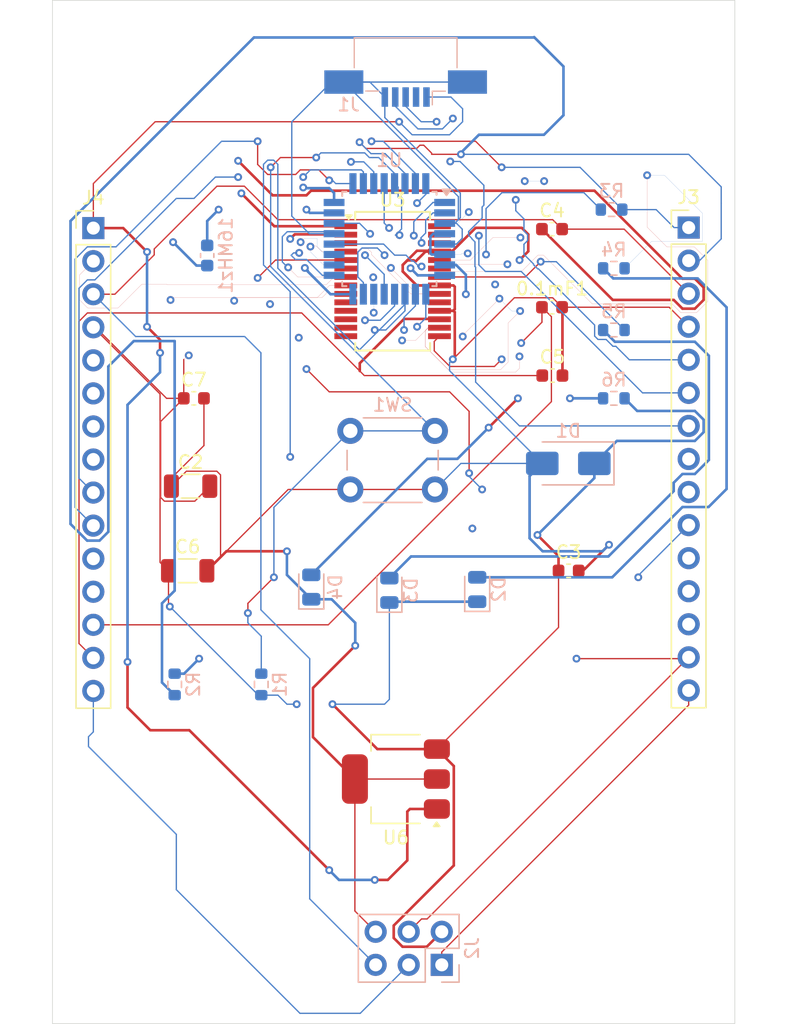
<source format=kicad_pcb>
(kicad_pcb (version 20241229) (generator "pcbnew") (generator_version "9.0")
  (layers (0 "F.Cu" signal) (4 "In1.Cu" signal) (6 "In2.Cu" signal) (8 "In3.Cu" signal) (10 "In4.Cu" signal) (12 "In5.Cu" signal) (14 "In6.Cu" signal) (16 "In7.Cu" signal) (18 "In8.Cu" signal) (2 "B.Cu" signal) (13 "F.Paste" user) (15 "B.Paste" user) (5 "F.SilkS" user "F.Silkscreen") (7 "B.SilkS" user "B.Silkscreen") (1 "F.Mask" user) (3 "B.Mask" user) (25 "Edge.Cuts" user))
  (net 0 "")
  (net 1 "GND")
  (net 2 "/AREF")
  (net 3 "Net-(U1-XTAL2{slash}PB7)")
  (net 4 "Net-(U1-XTAL1{slash}PB6)")
  (net 5 "+5V")
  (net 6 "Net-(U3-DTR)")
  (net 7 "/RESET")
  (net 8 "+3V3")
  (net 9 "Net-(D2-A)")
  (net 10 "Net-(D3-A)")
  (net 11 "Net-(D4-A)")
  (net 12 "VCC")
  (net 14 "Net-(J1-D+)")
  (net 15 "Net-(J1-ID)")
  (net 16 "/D12{slash}MISO")
  (net 17 "/D13{slash}SCK")
  (net 18 "/D11{slash}MOSI")
  (net 19 "/D8")
  (net 20 "/D4")
  (net 21 "/D3")
  (net 22 "/D0{slash}RX")
  (net 23 "/D7")
  (net 24 "/D6")
  (net 25 "/D2")
  (net 26 "/D9")
  (net 27 "/D1{slash}TX")
  (net 28 "/D10")
  (net 29 "/D5")
  (net 30 "/A0")
  (net 31 "/A1")
  (net 32 "/A6")
  (net 33 "/A3")
  (net 34 "/A2")
  (net 35 "/A4")
  (net 36 "/A7")
  (net 37 "/A5")
  (net 38 "Net-(U1-~{RESET}{slash}PC6)")
  (net 39 "/RX")
  (net 40 "/TX")
  (net 41 "Net-(U3-CBUS0)")
  (net 42 "Net-(U3-CBUS1)")
  (footprint "Connector_PinHeader_2.54mm:PinHeader_1x15_P2.54mm_Vertical" (layer "F.Cu") (at 176.37738 73.38)
    (property "Reference" "J3")
    (property "Value" "Conn_01x15")
  )
  (footprint "Capacitor_SMD:C_0603_1608Metric" (layer "F.Cu") (at 138.35238 86.5)
    (property "Reference" "C7")
    (property "Value" "0.1uF")
  )
  (footprint "Package_TO_SOT_SMD:SOT-223-3_TabPin2" (layer "F.Cu") (at 153.87738 115.75 180)
    (property "Reference" "U6")
    (property "Value" "UA78M05QDCYRQ1")
  )
  (footprint "Capacitor_SMD:C_1206_3216Metric" (layer "F.Cu") (at 138.10238 93.25)
    (property "Reference" "C2")
    (property "Value" "4.7mF")
  )
  (footprint "Capacitor_SMD:C_0603_1608Metric" (layer "F.Cu") (at 167.15238 99.75)
    (property "Reference" "C3")
    (property "Value" "0.1mF")
  )
  (footprint "Capacitor_SMD:C_0603_1608Metric" (layer "F.Cu") (at 165.90238 84.75)
    (property "Reference" "C5")
    (property "Value" "0.1uF")
  )
  (footprint "Capacitor_SMD:C_1206_3216Metric" (layer "F.Cu") (at 137.87738 99.75)
    (property "Reference" "C6")
    (property "Value" "4.7uF")
  )
  (footprint "Capacitor_SMD:C_0603_1608Metric" (layer "F.Cu") (at 165.87738 79.5)
    (property "Reference" "0.1mF1")
    (property "Value" "C_Small")
  )
  (footprint "Capacitor_SMD:C_0603_1608Metric" (layer "F.Cu") (at 165.87738 73.5)
    (property "Reference" "C4")
    (property "Value" "0.1mF")
  )
  (footprint "Package_SO:SSOP-28_5.3x10.2mm_P0.65mm" (layer "F.Cu") (at 153.62738 77.5)
    (property "Reference" "U3")
    (property "Value" "FT232RL")
  )
  (footprint "Connector_PinHeader_2.54mm:PinHeader_1x15_P2.54mm_Vertical" (layer "F.Cu") (at 130.62738 73.42)
    (property "Reference" "J4")
    (property "Value" "Conn_01x15")
  )
  (footprint "Connector_USB:USB_Mini-B_AdamTech_MUSB-B5-S-VT-TSMT-1_SMD_Vertical" (layer "B.Cu") (at 154.62738 61.75 90)
    (property "Reference" "J1")
    (property "Value" "USB_B_Mini")
  )
  (footprint "Resistor_SMD:R_0603_1608Metric" (layer "B.Cu") (at 136.87738 108.48 90)
    (property "Reference" "R2")
    (property "Value" "1K")
  )
  (footprint "Resistor_SMD:R_0603_1608Metric" (layer "B.Cu") (at 170.62738 81.25 180)
    (property "Reference" "R5")
    (property "Value" "330")
  )
  (footprint "LED_SMD:LED_0805_2012Metric" (layer "B.Cu") (at 153.37738 101.25 90)
    (property "Reference" "D3")
    (property "Value" "LED")
  )
  (footprint "Connector_PinHeader_2.54mm:PinHeader_2x03_P2.54mm_Vertical" (layer "B.Cu") (at 157.40238 130.025 90)
    (property "Reference" "J2")
    (property "Value" "Conn_02x03_Counter_Clockwise")
  )
  (footprint "Resistor_SMD:R_0603_1608Metric" (layer "B.Cu") (at 143.53238 108.48 90)
    (property "Reference" "R1")
    (property "Value" "1k")
  )
  (footprint "Resistor_SMD:R_0603_1608Metric" (layer "B.Cu") (at 170.45238 72 180)
    (property "Reference" "R3")
    (property "Value" "1K")
  )
  (footprint "Capacitor_SMD:C_0603_1608Metric" (layer "B.Cu") (at 139.37738 75.525 90)
    (property "Reference" "16MHz1")
    (property "Value" "Crystal")
  )
  (footprint "Package_QFP:TQFP-32_7x7mm_P0.8mm" (layer "B.Cu") (at 153.37738 74.25 180)
    (property "Reference" "U1")
    (property "Value" "ATmega328P-A")
  )
  (footprint "LED_SMD:LED_0805_2012Metric" (layer "B.Cu") (at 160.12738 101.1875 90)
    (property "Reference" "D2")
    (property "Value" "LED")
  )
  (footprint "Resistor_SMD:R_0603_1608Metric" (layer "B.Cu") (at 170.62738 76.51 180)
    (property "Reference" "R4")
    (property "Value" "330")
  )
  (footprint "Resistor_SMD:R_0603_1608Metric" (layer "B.Cu") (at 170.62738 86.5 180)
    (property "Reference" "R6")
    (property "Value" "330")
  )
  (footprint "Diode_SMD:D_SMA" (layer "B.Cu") (at 167.12738 91.5 180)
    (property "Reference" "D1")
    (property "Value" "SS14")
  )
  (footprint "Button_Switch_THT:SW_PUSH_6mm" (layer "B.Cu") (at 156.87738 89 180)
    (property "Reference" "SW1")
    (property "Value" "SW_Push")
  )
  (footprint "LED_SMD:LED_0805_2012Metric" (layer "B.Cu") (at 147.37738 101 90)
    (property "Reference" "D4")
    (property "Value" "LED")
  )
  (gr_rect (start 127.48476 55.92) (end 179.92476 134.54) (stroke (width 0.05)) (fill no) (layer "Edge.Cuts"))
  (segment (start 148.775 77.825) (end 150.02738 77.825) (width 0.01) (layer "F.Cu") (net 0))
  (segment (start 159.905791 75.575624) (end 159.606415 75.875) (width 0.01) (layer "F.Cu") (net 0))
  (segment (start 162.45 76.2) (end 162.344 76.094) (width 0.01) (layer "F.Cu") (net 0))
  (segment (start 141.696 78.754) (end 141.45 79) (width 0.01) (layer "F.Cu") (net 0))
  (segment (start 162.45 76.2) (end 158.43738 76.2) (width 0.01) (layer "F.Cu") (net 0))
  (segment (start 136.56 78.94) (end 136.746 78.754) (width 0.01) (layer "F.Cu") (net 0))
  (segment (start 136.56 78.94) (end 136.55 78.95) (width 0.01) (layer "F.Cu") (net 0))
  (segment (start 158.43738 76.2) (end 158.11238 75.875) (width 0.01) (layer "F.Cu") (net 0))
  (segment (start 136.746 78.754) (end 147.846 78.754) (width 0.01) (layer "F.Cu") (net 0))
  (segment (start 147.846 78.754) (end 148.55 78.05) (width 0.01) (layer "F.Cu") (net 0))
  (segment (start 148.21338 78.754) (end 148.55 78.41738) (width 0.01) (layer "F.Cu") (net 0))
  (segment (start 148.21338 78.754) (end 141.696 78.754) (width 0.01) (layer "F.Cu") (net 0))
  (segment (start 163.45 74.15) (end 161.33 74.15) (width 0.01) (layer "F.Cu") (net 0))
  (segment (start 148.55 78.05) (end 148.775 77.825) (width 0.01) (layer "F.Cu") (net 0))
  (segment (start 159.905791 75.574209) (end 159.905791 75.575624) (width 0.01) (layer "F.Cu") (net 0))
  (segment (start 161.33 74.15) (end 159.905791 75.574209) (width 0.01) (layer "F.Cu") (net 0))
  (segment (start 159.606415 75.875) (end 158.11238 75.875) (width 0.01) (layer "F.Cu") (net 0))
  (segment (start 158.11238 75.875) (end 157.22738 75.875) (width 0.01) (layer "F.Cu") (net 0))
  (segment (start 148.55 78.41738) (end 148.55 78.05) (width 0.01) (layer "F.Cu") (net 0))
  (via (at 162.45 76.2) (size 0.6) (drill 0.3) (layers "F.Cu" "B.Cu") (net 0))
  (via (at 136.56 78.94) (size 0.6) (drill 0.3) (layers "F.Cu" "B.Cu") (net 0))
  (via (at 163.45 74.15) (size 0.6) (drill 0.3) (layers "F.Cu" "B.Cu") (net 0))
  (via (at 141.45 79) (size 0.6) (drill 0.3) (layers "F.Cu" "B.Cu") (net 0))
  (segment (start 168.25476 99.75) (end 167.92738 99.75) (width 0.2) (layer "F.Cu") (net 1))
  (segment (start 130.18997 79.556) (end 132.53076 79.556) (width 0.01) (layer "F.Cu") (net 1))
  (segment (start 140.85238 98.25) (end 139.35238 99.75) (width 0.2) (layer "F.Cu") (net 1))
  (segment (start 146.335 77.175) (end 150.02738 77.175) (width 0.01) (layer "F.Cu") (net 1))
  (segment (start 155.479817 77.825) (end 154.40376 76.748943) (width 0.2) (layer "F.Cu") (net 1))
  (segment (start 154.755817 75.899) (end 155.253703 75.899) (width 0.2) (layer "F.Cu") (net 1))
  (segment (start 170.25476 97.75) (end 168.25476 99.75) (width 0.2) (layer "F.Cu") (net 1))
  (segment (start 158.40338 77.926) (end 158.30238 77.825) (width 0.2) (layer "F.Cu") (net 1))
  (segment (start 150.37738 93.5) (end 156.87738 93.5) (width 0.1) (layer "F.Cu") (net 1))
  (segment (start 158.243817 75.161) (end 160.005817 73.399) (width 0.2) (layer "F.Cu") (net 1))
  (segment (start 145.6 76.44) (end 146.335 77.175) (width 0.01) (layer "F.Cu") (net 1))
  (segment (start 150.72738 125.89) (end 152.32238 127.485) (width 0.1) (layer "F.Cu") (net 1))
  (segment (start 136.27 77.73) (end 136.296 77.756) (width 0.01) (layer "F.Cu") (net 1))
  (segment (start 149.1266 77.175) (end 150.02738 77.175) (width 0.01) (layer "F.Cu") (net 1))
  (segment (start 145.50476 98.25) (end 140.85238 98.25) (width 0.2) (layer "F.Cu") (net 1))
  (segment (start 140.40338 92.385552) (end 140.116828 92.099) (width 0.1) (layer "F.Cu") (net 1))
  (segment (start 160.005817 73.399) (end 163.548943 73.399) (width 0.2) (layer "F.Cu") (net 1))
  (segment (start 136.296 77.756) (end 148.5456 77.756) (width 0.01) (layer "F.Cu") (net 1))
  (segment (start 164.051 73.901057) (end 164.051 75.205174) (width 0.2) (layer "F.Cu") (net 1))
  (segment (start 132.53076 79.556) (end 134.35676 77.73) (width 0.01) (layer "F.Cu") (net 1))
  (segment (start 158.27938 79.775) (end 158.40338 79.651) (width 0.2) (layer "F.Cu") (net 1))
  (segment (start 165.92638 78.774) (end 166.65238 79.5) (width 0.1) (layer "F.Cu") (net 1))
  (segment (start 155.60838 75.769) (end 156.15238 75.225) (width 0.2) (layer "F.Cu") (net 1))
  (segment (start 137.77838 92.099) (end 136.62738 93.25) (width 0.1) (layer "F.Cu") (net 1))
  (segment (start 174.87738 79.5) (end 166.65238 79.5) (width 0.1) (layer "F.Cu") (net 1))
  (segment (start 158.40338 79.651) (end 158.40338 77.926) (width 0.2) (layer "F.Cu") (net 1))
  (segment (start 154.755817 77.101) (end 154.44476 76.789943) (width 0.2) (layer "F.Cu") (net 1))
  (segment (start 145.60238 93.5) (end 150.37738 93.5) (width 0.1) (layer "F.Cu") (net 1))
  (segment (start 155.493817 75.161) (end 158.243817 75.161) (width 0.2) (layer "F.Cu") (net 1))
  (segment (start 140.40338 98.699) (end 140.40338 92.385552) (width 0.1) (layer "F.Cu") (net 1))
  (segment (start 134.35676 77.73) (end 136.27 77.73) (width 0.01) (layer "F.Cu") (net 1))
  (segment (start 158.25476 83.5) (end 162.98076 78.774) (width 0.1) (layer "F.Cu") (net 1))
  (segment (start 154.44476 76.210057) (end 154.755817 75.899) (width 0.2) (layer "F.Cu") (net 1))
  (segment (start 157.22738 79.775) (end 158.27938 79.775) (width 0.2) (layer "F.Cu") (net 1))
  (segment (start 154.40376 76.251057) (end 155.493817 75.161) (width 0.2) (layer "F.Cu") (net 1))
  (segment (start 154.44476 76.789943) (end 154.40376 76.748943) (width 0.2) (layer "F.Cu") (net 1))
  (segment (start 155.253703 75.899) (end 155.363569 76.008866) (width 0.2) (layer "F.Cu") (net 1))
  (segment (start 158.30238 77.825) (end 157.22738 77.825) (width 0.2) (layer "F.Cu") (net 1))
  (segment (start 136.62738 93.25) (end 136.62738 92.62738) (width 0.1) (layer "F.Cu") (net 1))
  (segment (start 147.50576 112.52838) (end 147.50576 108.749) (width 0.2) (layer "F.Cu") (net 1))
  (segment (start 129.57138 78.93741) (end 130.18997 79.556) (width 0.01) (layer "F.Cu") (net 1))
  (segment (start 154.40376 76.748943) (end 154.40376 76.251057) (width 0.2) (layer "F.Cu") (net 1))
  (segment (start 166.67738 79.525) (end 166.65238 79.5) (width 0.2) (layer "F.Cu") (net 1))
  (segment (start 157.22738 79.775) (end 158.30238 79.775) (width 0.2) (layer "F.Cu") (net 1))
  (segment (start 150.72738 115.75) (end 157.02738 115.75) (width 0.1) (layer "F.Cu") (net 1))
  (segment (start 158.40338 79.876) (end 158.40338 83.35138) (width 0.2) (layer "F.Cu") (net 1))
  (segment (start 139.35238 99.75) (end 145.60238 93.5) (width 0.1) (layer "F.Cu") (net 1))
  (segment (start 163.548943 73.399) (end 164.051 73.901057) (width 0.2) (layer "F.Cu") (net 1))
  (segment (start 155.479817 77.825) (end 154.755817 77.101) (width 0.2) (layer "F.Cu") (net 1))
  (segment (start 154.40376 76.251057) (end 154.44476 76.210057) (width 0.2) (layer "F.Cu") (net 1))
  (segment (start 176.37738 81) (end 174.87738 79.5) (width 0.1) (layer "F.Cu") (net 1))
  (segment (start 130.62738 75.96) (end 129.57138 77.016) (width 0.01) (layer "F.Cu") (net 1))
  (segment (start 147.50576 108.749) (end 150.75476 105.5) (width 0.2) (layer "F.Cu") (net 1))
  (segment (start 148.5456 77.756) (end 149.1266 77.175) (width 0.01) (layer "F.Cu") (net 1))
  (segment (start 162.98076 78.774) (end 165.92638 78.774) (width 0.1) (layer "F.Cu") (net 1))
  (segment (start 150.72738 115.75) (end 147.50576 112.52838) (width 0.2) (layer "F.Cu") (net 1))
  (segment (start 136.62738 92.62738) (end 139.12738 90.12738) (width 0.1) (layer "F.Cu") (net 1))
  (segment (start 155.363569 76.008866) (end 155.603435 75.769) (width 0.2) (layer "F.Cu") (net 1))
  (segment (start 140.116828 92.099) (end 137.77838 92.099) (width 0.1) (layer "F.Cu") (net 1))
  (segment (start 155.603435 75.769) (end 155.60838 75.769) (width 0.2) (layer "F.Cu") (net 1))
  (segment (start 139.12738 90.12738) (end 139.12738 86.5) (width 0.1) (layer "F.Cu") (net 1))
  (segment (start 139.35238 99.75) (end 140.40338 98.699) (width 0.1) (layer "F.Cu") (net 1))
  (segment (start 166.67738 84.75) (end 166.67738 79.525) (width 0.2) (layer "F.Cu") (net 1))
  (segment (start 150.72738 115.75) (end 150.72738 125.89) (width 0.1) (layer "F.Cu") (net 1))
  (segment (start 156.15238 75.225) (end 157.22738 75.225) (width 0.2) (layer "F.Cu") (net 1))
  (segment (start 129.57138 77.016) (end 129.57138 78.93741) (width 0.01) (layer "F.Cu") (net 1))
  (segment (start 164.051 75.205174) (end 163.379178 75.876996) (width 0.2) (layer "F.Cu") (net 1))
  (segment (start 158.30238 79.775) (end 158.40338 79.876) (width 0.2) (layer "F.Cu") (net 1))
  (segment (start 158.40338 83.35138) (end 158.25476 83.5) (width 0.2) (layer "F.Cu") (net 1))
  (segment (start 157.22738 77.825) (end 155.479817 77.825) (width 0.2) (layer "F.Cu") (net 1))
  (segment (start 157.00476 93.5) (end 157.25476 93.75) (width 0.1) (layer "F.Cu") (net 1))
  (segment (start 156.87738 93.5) (end 157.00476 93.5) (width 0.1) (layer "F.Cu") (net 1))
  (via (at 150.75476 105.5) (size 0.6) (drill 0.3) (layers "F.Cu" "B.Cu") (net 1))
  (via (at 145.50476 98.25) (size 0.6) (drill 0.3) (layers "F.Cu" "B.Cu") (net 1))
  (via (at 159.48 72.19) (size 0.6) (drill 0.3) (layers "F.Cu" "B.Cu") (net 1))
  (via (at 158.25476 83.5) (size 0.6) (drill 0.3) (layers "F.Cu" "B.Cu") (net 1))
  (via (at 163.379178 75.876996) (size 0.6) (drill 0.3) (layers "F.Cu" "B.Cu") (net 1))
  (via (at 170.25476 97.75) (size 0.6) (drill 0.3) (layers "F.Cu" "B.Cu") (net 1))
  (via (at 145.6 76.44) (size 0.6) (drill 0.3) (layers "F.Cu" "B.Cu") (net 1))
  (segment (start 147.22738 73.85) (end 149.12738 73.85) (width 0.1) (layer "B.Cu") (net 1))
  (segment (start 158.87738 91.5) (end 156.87738 93.5) (width 0.1) (layer "B.Cu") (net 1))
  (segment (start 145.87738 72.5) (end 147.22738 73.85) (width 0.1) (layer "B.Cu") (net 1))
  (segment (start 158.40438 73.05) (end 158.83 72.62438) (width 0.1) (layer "B.Cu") (net 1))
  (segment (start 158.97476 74.20262) (end 158.52738 74.65) (width 0.1) (layer "B.Cu") (net 1))
  (segment (start 149.87738 62.2) (end 148.92738 62.2) (width 0.1) (layer "B.Cu") (net 1))
  (segment (start 158.52738 74.65) (end 157.62738 74.65) (width 0.1) (layer "B.Cu") (net 1))
  (segment (start 148.92738 62.2) (end 145.87738 65.25) (width 0.1) (layer "B.Cu") (net 1))
  (segment (start 169.75476 98.25) (end 170.25476 97.75) (width 0.2) (layer "B.Cu") (net 1))
  (segment (start 164.15376 92.47362) (end 164.15376 97.248943) (width 0.2) (layer "B.Cu") (net 1))
  (segment (start 165.12738 91.5) (end 164.15376 92.47362) (width 0.2) (layer "B.Cu") (net 1))
  (segment (start 151.87738 62.2) (end 153.02738 63.35) (width 0.1) (layer "B.Cu") (net 1))
  (segment (start 150.75476 105.5) (end 150.75476 103.75) (width 0.2) (layer "B.Cu") (net 1))
  (segment (start 145.87738 65.25) (end 145.87738 72.5) (width 0.1) (layer "B.Cu") (net 1))
  (segment (start 165.12738 91.5) (end 158.00476 84.37738) (width 0.1) (layer "B.Cu") (net 1))
  (segment (start 145.50476 100.06488) (end 145.50476 98.25) (width 0.2) (layer "B.Cu") (net 1))
  (segment (start 148.97638 73.699) (end 145.526528 73.699) (width 0.1) (layer "B.Cu") (net 1))
  (segment (start 145.15 76.02) (end 145.54 76.41) (width 0.1) (layer "B.Cu") (net 1))
  (segment (start 147.37738 101.9375) (end 145.50476 100.06488) (width 0.2) (layer "B.Cu") (net 1))
  (segment (start 164.15376 97.248943) (end 165.154817 98.25) (width 0.2) (layer "B.Cu") (net 1))
  (segment (start 153.02738 64.929232) (end 153.02738 63.35) (width 0.1) (layer "B.Cu") (net 1))
  (segment (start 157.62738 73.05) (end 158.52738 73.05) (width 0.1) (layer "B.Cu") (net 1))
  (segment (start 149.87738 62.2) (end 158.67838 71.001) (width 0.1) (layer "B.Cu") (net 1))
  (segment (start 150.75476 103.75) (end 148.94226 101.9375) (width 0.2) (layer "B.Cu") (net 1))
  (segment (start 158.67838 71.001) (end 158.67838 72.776) (width 0.1) (layer "B.Cu") (net 1))
  (segment (start 145.526528 73.699) (end 145.15 74.075528) (width 0.1) (layer "B.Cu") (net 1))
  (segment (start 165.12738 91.5) (end 158.87738 91.5) (width 0.1) (layer "B.Cu") (net 1))
  (segment (start 158.67838 72.776) (end 158.40438 73.05) (width 0.1) (layer "B.Cu") (net 1))
  (segment (start 148.94226 101.9375) (end 147.37738 101.9375) (width 0.2) (layer "B.Cu") (net 1))
  (segment (start 158.52738 73.05) (end 158.97476 73.49738) (width 0.1) (layer "B.Cu") (net 1))
  (segment (start 158.83 70.731852) (end 153.02738 64.929232) (width 0.1) (layer "B.Cu") (net 1))
  (segment (start 158.00476 83.75) (end 158.25476 83.5) (width 0.1) (layer "B.Cu") (net 1))
  (segment (start 165.154817 98.25) (end 169.50476 98.25) (width 0.2) (layer "B.Cu") (net 1))
  (segment (start 158.97476 73.49738) (end 158.97476 74.20262) (width 0.1) (layer "B.Cu") (net 1))
  (segment (start 158.00476 84.37738) (end 158.00476 83.75) (width 0.1) (layer "B.Cu") (net 1))
  (segment (start 158.83 72.62438) (end 158.83 70.731852) (width 0.1) (layer "B.Cu") (net 1))
  (segment (start 159.48 72.19) (end 158.62 73.05) (width 0.01) (layer "B.Cu") (net 1))
  (segment (start 158.62 73.05) (end 157.62738 73.05) (width 0.01) (layer "B.Cu") (net 1))
  (segment (start 157.62738 73.05) (end 158.40438 73.05) (width 0.1) (layer "B.Cu") (net 1))
  (segment (start 145.15 74.075528) (end 145.15 76.02) (width 0.1) (layer "B.Cu") (net 1))
  (segment (start 149.12738 73.85) (end 148.97638 73.699) (width 0.1) (layer "B.Cu") (net 1))
  (segment (start 159.37738 62.2) (end 149.87738 62.2) (width 0.1) (layer "B.Cu") (net 1))
  (segment (start 169.50476 98.25) (end 169.75476 98.25) (width 0.2) (layer "B.Cu") (net 1))
  (segment (start 149.87738 62.2) (end 151.87738 62.2) (width 0.1) (layer "B.Cu") (net 1))
  (segment (start 148.68178 103.9) (end 165.82838 86.7534) (width 0.1) (layer "F.Cu") (net 2))
  (segment (start 165.10238 79.5) (end 165.10238 80.65238) (width 0.1) (layer "F.Cu") (net 2))
  (segment (start 165.10238 80.65238) (end 163.50476 82.25) (width 0.1) (layer "F.Cu") (net 2))
  (segment (start 165.82838 86.7534) (end 165.82838 80.226) (width 0.1) (layer "F.Cu") (net 2))
  (segment (start 165.82838 80.226) (end 165.10238 79.5) (width 0.1) (layer "F.Cu") (net 2))
  (segment (start 130.62738 103.9) (end 148.68178 103.9) (width 0.1) (layer "F.Cu") (net 2))
  (via (at 155.852378 76.37) (size 0.6) (drill 0.3) (layers "F.Cu" "B.Cu") (net 2))
  (via (at 163.50476 82.25) (size 0.6) (drill 0.3) (layers "F.Cu" "B.Cu") (net 2))
  (segment (start 155.232992 75.949) (end 155.10376 75.949) (width 0.1) (layer "B.Cu") (net 2))
  (segment (start 154.65476 75.5) (end 153.783992 75.5) (width 0.1) (layer "B.Cu") (net 2))
  (segment (start 155.852378 76.37) (end 155.55576 76.37) (width 0.1) (layer "B.Cu") (net 2))
  (segment (start 149.12938 74.648) (end 149.12738 74.65) (width 0.1) (layer "B.Cu") (net 2))
  (segment (start 155.55576 76.271768) (end 155.232992 75.949) (width 0.1) (layer "B.Cu") (net 2))
  (segment (start 155.10376 75.949) (end 154.65476 75.5) (width 0.1) (layer "B.Cu") (net 2))
  (segment (start 153.783992 75.5) (end 152.931992 74.648) (width 0.1) (layer "B.Cu") (net 2))
  (segment (start 155.55576 76.37) (end 155.55576 76.271768) (width 0.1) (layer "B.Cu") (net 2))
  (segment (start 152.931992 74.648) (end 149.12938 74.648) (width 0.1) (layer "B.Cu") (net 2))
  (via (at 155.00476 76.5) (size 0.6) (drill 0.3) (layers "F.Cu" "B.Cu") (net 3))
  (via (at 136.75476 74.5) (size 0.6) (drill 0.3) (layers "F.Cu" "B.Cu") (net 3))
  (segment (start 136.75476 74.5) (end 138.55476 76.3) (width 0.2) (layer "B.Cu") (net 3))
  (segment (start 138.55476 76.3) (end 139.37738 76.3) (width 0.2) (layer "B.Cu") (net 3))
  (segment (start 155.55476 77.05) (end 155.00476 76.5) (width 0.2) (layer "B.Cu") (net 3))
  (segment (start 157.62738 77.05) (end 155.55476 77.05) (width 0.2) (layer "B.Cu") (net 3))
  (via (at 140.25476 72) (size 0.6) (drill 0.3) (layers "F.Cu" "B.Cu") (net 4))
  (via (at 161.50476 77.75) (size 0.6) (drill 0.3) (layers "F.Cu" "B.Cu") (net 4))
  (via (at 159.25476 78.5) (size 0.6) (drill 0.3) (layers "F.Cu" "B.Cu") (net 4))
  (segment (start 158.50438 76.25) (end 157.62738 76.25) (width 0.2) (layer "B.Cu") (net 4))
  (segment (start 159.25476 77.00038) (end 158.50438 76.25) (width 0.2) (layer "B.Cu") (net 4))
  (segment (start 139.37738 74.75) (end 139.37738 72.87738) (width 0.2) (layer "B.Cu") (net 4))
  (segment (start 139.37738 72.87738) (end 140.25476 72) (width 0.2) (layer "B.Cu") (net 4))
  (segment (start 159.25476 78.5) (end 159.25476 77.00038) (width 0.2) (layer "B.Cu") (net 4))
  (segment (start 135.75476 99.10238) (end 135.75476 86.16738) (width 0.1) (layer "F.Cu") (net 5))
  (segment (start 158.32838 122.39124) (end 153.71138 127.00824) (width 0.2) (layer "F.Cu") (net 5))
  (segment (start 136.40238 99.75) (end 135.75476 99.10238) (width 0.1) (layer "F.Cu") (net 5))
  (segment (start 137.96 83.2) (end 137.89 83.2) (width 0.01) (layer "F.Cu") (net 5))
  (segment (start 157.22738 78.475) (end 155.48976 78.475) (width 0.01) (layer "F.Cu") (net 5))
  (segment (start 156.25138 128.636) (end 157.40238 127.485) (width 0.2) (layer "F.Cu") (net 5))
  (segment (start 137.57738 86.5) (end 137.57738 83.51262) (width 0.1) (layer "F.Cu") (net 5))
  (segment (start 155.48976 78.475) (end 153.49476 76.48) (width 0.01) (layer "F.Cu") (net 5))
  (segment (start 147.31 74.84) (end 147.56 74.84) (width 0.01) (layer "F.Cu") (net 5))
  (segment (start 152.45476 113.45) (end 149.00476 110) (width 0.2) (layer "F.Cu") (net 5))
  (segment (start 152.01076 75.290407) (end 151.714353 74.994) (width 0.01) (layer "F.Cu") (net 5))
  (segment (start 155.025 78.475) (end 152.01076 75.46076) (width 0.01) (layer "F.Cu") (net 5))
  (segment (start 137.89 83.2) (end 137.57738 83.51262) (width 0.01) (layer "F.Cu") (net 5))
  (segment (start 158.32838 114.751) (end 158.32838 122.39124) (width 0.2) (layer "F.Cu") (net 5))
  (segment (start 130.79476 81.04) (end 136.25476 86.5) (width 0.1) (layer "F.Cu") (net 5))
  (segment (start 152.01076 75.46076) (end 152.01076 75.290407) (width 0.01) (layer "F.Cu") (net 5))
  (segment (start 147.76 74.8) (end 147.35 74.8) (width 0.01) (layer "F.Cu") (net 5))
  (segment (start 151.714353 74.994) (end 151.14338 74.994) (width 0.01) (layer "F.Cu") (net 5))
  (segment (start 136.50476 102.5) (end 136.40238 102.39762) (width 0.1) (layer "F.Cu") (net 5))
  (segment (start 164.75476 97) (end 166.37738 98.62262) (width 0.2) (layer "F.Cu") (net 5))
  (segment (start 166.37738 99.75) (end 166.37738 104.1) (width 0.1) (layer "F.Cu") (net 5))
  (segment (start 157.22738 78.475) (end 155.025 78.475) (width 0.01) (layer "F.Cu") (net 5))
  (segment (start 151.14338 74.994) (end 150.91238 75.225) (width 0.01) (layer "F.Cu") (net 5))
  (segment (start 135.80138 88.276) (end 137.57738 86.5) (width 0.1) (layer "F.Cu") (net 5))
  (segment (start 153.71138 127.96176) (end 154.38562 128.636) (width 0.2) (layer "F.Cu") (net 5))
  (segment (start 139.57738 93.25) (end 138.42638 94.401) (width 0.1) (layer "F.Cu") (net 5))
  (segment (start 150.02738 75.225) (end 148.185 75.225) (width 0.01) (layer "F.Cu") (net 5))
  (segment (start 147.56 74.84) (end 147.59 74.87) (width 0.01) (layer "F.Cu") (net 5))
  (segment (start 136.087932 94.401) (end 135.80138 94.114448) (width 0.1) (layer "F.Cu") (net 5))
  (segment (start 148.185 75.225) (end 147.76 74.8) (width 0.01) (layer "F.Cu") (net 5))
  (segment (start 135.80138 94.114448) (end 135.80138 88.276) (width 0.1) (layer "F.Cu") (net 5))
  (segment (start 166.37738 98.62262) (end 166.37738 99.75) (width 0.2) (layer "F.Cu") (net 5))
  (segment (start 136.40238 102.39762) (end 136.40238 99.75) (width 0.1) (layer "F.Cu") (net 5))
  (segment (start 136.25476 86.5) (end 137.57738 86.5) (width 0.1) (layer "F.Cu") (net 5))
  (segment (start 157.02738 113.45) (end 152.45476 113.45) (width 0.2) (layer "F.Cu") (net 5))
  (segment (start 154.38562 128.636) (end 156.25138 128.636) (width 0.2) (layer "F.Cu") (net 5))
  (segment (start 150.91238 75.225) (end 150.02738 75.225) (width 0.01) (layer "F.Cu") (net 5))
  (segment (start 135.75476 86.16738) (end 130.62738 81.04) (width 0.1) (layer "F.Cu") (net 5))
  (segment (start 130.62738 81.04) (end 130.79476 81.04) (width 0.1) (layer "F.Cu") (net 5))
  (segment (start 166.37738 104.1) (end 157.02738 113.45) (width 0.1) (layer "F.Cu") (net 5))
  (segment (start 138.42638 94.401) (end 136.087932 94.401) (width 0.1) (layer "F.Cu") (net 5))
  (segment (start 153.71138 127.00824) (end 153.71138 127.96176) (width 0.2) (layer "F.Cu") (net 5))
  (segment (start 147.35 74.8) (end 147.31 74.84) (width 0.01) (layer "F.Cu") (net 5))
  (segment (start 157.02738 113.45) (end 158.32838 114.751) (width 0.2) (layer "F.Cu") (net 5))
  (via (at 137.96 83.2) (size 0.6) (drill 0.3) (layers "F.Cu" "B.Cu") (net 5))
  (via (at 136.50476 102.5) (size 0.6) (drill 0.3) (layers "F.Cu" "B.Cu") (net 5))
  (via (at 147.31 74.84) (size 0.6) (drill 0.3) (layers "F.Cu" "B.Cu") (net 5))
  (via (at 165.27 69.81) (size 0.6) (drill 0.3) (layers "F.Cu" "B.Cu") (net 5))
  (via (at 159.399791 75.366031) (size 0.6) (drill 0.3) (layers "F.Cu" "B.Cu") (net 5))
  (via (at 153.49476 76.48) (size 0.6) (drill 0.3) (layers "F.Cu" "B.Cu") (net 5))
  (via (at 149.00476 110) (size 0.6) (drill 0.3) (layers "F.Cu" "B.Cu") (net 5))
  (via (at 164.75476 97) (size 0.6) (drill 0.3) (layers "F.Cu" "B.Cu") (net 5))
  (via (at 146.25476 110) (size 0.6) (drill 0.3) (layers "F.Cu" "B.Cu") (net 5))
  (via (at 163.78 69.81) (size 0.6) (drill 0.3) (layers "F.Cu" "B.Cu") (net 5))
  (segment (start 158.95476 75.37) (end 158.87476 75.45) (width 0.01) (layer "B.Cu") (net 5))
  (segment (start 148.31738 76.25) (end 149.12738 76.25) (width 0.01) (layer "B.Cu") (net 5))
  (segment (start 176.85414 87.469) (end 177.52838 88.14324) (width 0.2) (layer "B.Cu") (net 5))
  (segment (start 146.25476 110) (end 145.50476 110) (width 0.1) (layer "B.Cu") (net 5))
  (segment (start 144.80976 109.305) (end 143.53238 109.305) (width 0.1) (layer "B.Cu") (net 5))
  (segment (start 147.31 74.84) (end 147.31 75.24262) (width 0.01) (layer "B.Cu") (net 5))
  (segment (start 153.43988 102.125) (end 153.37738 102.1875) (width 0.2) (layer "B.Cu") (net 5))
  (segment (start 177.52838 88.14324) (end 177.52838 89.09676) (width 0.2) (layer "B.Cu") (net 5))
  (segment (start 157.62738 73.85) (end 156.75038 73.85) (width 0.2) (layer "B.Cu") (net 5))
  (segment (start 177.52838 89.09676) (end 176.85414 89.771) (width 0.2) (layer "B.Cu") (net 5))
  (segment (start 171.45238 86.5) (end 172.42138 87.469) (width 0.2) (layer "B.Cu") (net 5))
  (segment (start 158.87476 75.45) (end 157.62738 75.45) (width 0.01) (layer "B.Cu") (net 5))
  (segment (start 143.30976 109.305) (end 136.50476 102.5) (width 0.1) (layer "B.Cu") (net 5))
  (segment (start 147.31 75.24262) (end 148.31738 76.25) (width 0.01) (layer "B.Cu") (net 5))
  (segment (start 153.37738 102.1875) (end 153.37738 109.62738) (width 0.1) (layer "B.Cu") (net 5))
  (segment (start 153.00476 110) (end 149.00476 110) (width 0.1) (layer "B.Cu") (net 5))
  (segment (start 169.12738 92.62738) (end 164.75476 97) (width 0.2) (layer "B.Cu") (net 5))
  (segment (start 153.37738 109.62738) (end 153.00476 110) (width 0.1) (layer "B.Cu") (net 5))
  (segment (start 172.42138 87.469) (end 176.85414 87.469) (width 0.2) (layer "B.Cu") (net 5))
  (segment (start 159.399791 75.366031) (end 159.395822 75.37) (width 0.01) (layer "B.Cu") (net 5))
  (segment (start 156.75038 73.85) (end 156.52638 74.074) (width 0.2) (layer "B.Cu") (net 5))
  (segment (start 156.52638 74.074) (end 156.52638 75.349) (width 0.2) (layer "B.Cu") (net 5))
  (segment (start 156.62738 75.45) (end 157.62738 75.45) (width 0.2) (layer "B.Cu") (net 5))
  (segment (start 160.12738 102.125) (end 153.43988 102.125) (width 0.2) (layer "B.Cu") (net 5))
  (segment (start 159.395822 75.37) (end 158.95476 75.37) (width 0.01) (layer "B.Cu") (net 5))
  (segment (start 145.50476 110) (end 144.80976 109.305) (width 0.1) (layer "B.Cu") (net 5))
  (segment (start 170.85638 89.771) (end 169.12738 91.5) (width 0.2) (layer "B.Cu") (net 5))
  (segment (start 176.85414 89.771) (end 170.85638 89.771) (width 0.2) (layer "B.Cu") (net 5))
  (segment (start 163.78 69.81) (end 165.27 69.81) (width 0.01) (layer "B.Cu") (net 5))
  (segment (start 143.53238 109.305) (end 143.30976 109.305) (width 0.1) (layer "B.Cu") (net 5))
  (segment (start 156.52638 75.349) (end 156.62738 75.45) (width 0.2) (layer "B.Cu") (net 5))
  (segment (start 169.12738 91.5) (end 169.12738 92.62738) (width 0.2) (layer "B.Cu") (net 5))
  (segment (start 146.10576 73.899) (end 150.00138 73.899) (width 0.2) (layer "F.Cu") (net 6))
  (segment (start 175.90062 77.309) (end 169.140566 70.548946) (width 0.2) (layer "F.Cu") (net 6))
  (segment (start 169.140566 70.548946) (end 147.35576 70.548946) (width 0.2) (layer "F.Cu") (net 6))
  (segment (start 144.405763 70.901003) (end 141.75476 68.25) (width 0.2) (layer "F.Cu") (net 6))
  (segment (start 177.52838 77.98324) (end 176.85414 77.309) (width 0.2) (layer "F.Cu") (net 6))
  (segment (start 165.10238 73.5) (end 170.53914 78.93676) (width 0.2) (layer "F.Cu") (net 6))
  (segment (start 147.35576 70.548946) (end 147.003703 70.901003) (width 0.2) (layer "F.Cu") (net 6))
  (segment (start 177.52838 78.93676) (end 177.52838 77.98324) (width 0.2) (layer "F.Cu") (net 6))
  (segment (start 145.75476 74.25) (end 146.10576 73.899) (width 0.2) (layer "F.Cu") (net 6))
  (segment (start 150.00138 73.899) (end 150.02738 73.925) (width 0.2) (layer "F.Cu") (net 6))
  (segment (start 147.003703 70.901003) (end 144.405763 70.901003) (width 0.2) (layer "F.Cu") (net 6))
  (segment (start 175.22638 78.93676) (end 175.90062 79.611) (width 0.2) (layer "F.Cu") (net 6))
  (segment (start 175.90062 79.611) (end 176.85414 79.611) (width 0.2) (layer "F.Cu") (net 6))
  (segment (start 176.85414 77.309) (end 175.90062 77.309) (width 0.2) (layer "F.Cu") (net 6))
  (segment (start 170.53914 78.93676) (end 175.22638 78.93676) (width 0.2) (layer "F.Cu") (net 6))
  (segment (start 176.85414 79.611) (end 177.52838 78.93676) (width 0.2) (layer "F.Cu") (net 6))
  (via (at 141.75476 68.25) (size 0.6) (drill 0.3) (layers "F.Cu" "B.Cu") (net 6))
  (via (at 145.75476 74.25) (size 0.6) (drill 0.3) (layers "F.Cu" "B.Cu") (net 6))
  (segment (start 171.41738 73.5) (end 166.65238 73.5) (width 0.1) (layer "F.Cu") (net 7))
  (segment (start 176.37738 78.46) (end 171.41738 73.5) (width 0.1) (layer "F.Cu") (net 7))
  (segment (start 144.807992 72.774) (end 142.232992 70.199) (width 0.1) (layer "F.Cu") (net 7))
  (segment (start 165.92638 72.774) (end 144.807992 72.774) (width 0.1) (layer "F.Cu") (net 7))
  (segment (start 135.30576 75.021768) (end 135.30576 75.478232) (width 0.1) (layer "F.Cu") (net 7))
  (segment (start 166.65238 73.5) (end 165.92638 72.774) (width 0.1) (layer "F.Cu") (net 7))
  (segment (start 142.232992 70.199) (end 140.128528 70.199) (width 0.1) (layer "F.Cu") (net 7))
  (segment (start 135.30576 75.478232) (end 132.283992 78.5) (width 0.1) (layer "F.Cu") (net 7))
  (segment (start 132.283992 78.5) (end 130.62738 78.5) (width 0.1) (layer "F.Cu") (net 7))
  (segment (start 140.128528 70.199) (end 135.30576 75.021768) (width 0.1) (layer "F.Cu") (net 7))
  (segment (start 142.25476 81.75) (end 133.87738 81.75) (width 0.1) (layer "B.Cu") (net 7))
  (segment (start 143.50476 83) (end 142.25476 81.75) (width 0.1) (layer "B.Cu") (net 7))
  (segment (start 152.32238 130.025) (end 147.25476 124.95738) (width 0.1) (layer "B.Cu") (net 7))
  (segment (start 133.87738 81.75) (end 130.62738 78.5) (width 0.1) (layer "B.Cu") (net 7))
  (segment (start 143.50476 102.75) (end 143.50476 83) (width 0.1) (layer "B.Cu") (net 7))
  (segment (start 147.25476 106.5) (end 143.50476 102.75) (width 0.1) (layer "B.Cu") (net 7))
  (segment (start 147.25476 124.95738) (end 147.25476 106.5) (width 0.1) (layer "B.Cu") (net 7))
  (segment (start 151.10257 84.40219) (end 151.45038 84.75) (width 0.1) (layer "F.Cu") (net 8))
  (segment (start 129.52638 105.339) (end 129.52638 80.58395) (width 0.1) (layer "F.Cu") (net 8))
  (segment (start 130.62738 106.44) (end 129.52638 105.339) (width 0.1) (layer "F.Cu") (net 8))
  (segment (start 129.52638 80.58395) (end 130.17133 79.939) (width 0.1) (layer "F.Cu") (net 8))
  (segment (start 146.63938 79.939) (end 151.10257 84.40219) (width 0.1) (layer "F.Cu") (net 8))
  (segment (start 151.10257 83.802247) (end 151.10257 84.40219) (width 0.2) (layer "F.Cu") (net 8))
  (segment (start 154.505817 80.399) (end 151.10257 83.802247) (width 0.2) (layer "F.Cu") (net 8))
  (segment (start 157.22738 80.425) (end 157.20138 80.399) (width 0.2) (layer "F.Cu") (net 8))
  (segment (start 157.20138 80.399) (end 154.505817 80.399) (width 0.2) (layer "F.Cu") (net 8))
  (segment (start 130.17133 79.939) (end 146.63938 79.939) (width 0.1) (layer "F.Cu") (net 8))
  (segment (start 151.45038 84.75) (end 165.12738 84.75) (width 0.1) (layer "F.Cu") (net 8))
  (segment (start 160.12738 100.25) (end 170.50162 100.25) (width 0.2) (layer "B.Cu") (net 9))
  (segment (start 179.291176 79.508036) (end 177.06914 77.286) (width 0.2) (layer "B.Cu") (net 9))
  (segment (start 179.291176 93.463584) (end 179.291176 79.508036) (width 0.2) (layer "B.Cu") (net 9))
  (segment (start 177.90376 94.851) (end 179.291176 93.463584) (width 0.2) (layer "B.Cu") (net 9))
  (segment (start 175.90062 94.851) (end 177.90376 94.851) (width 0.2) (layer "B.Cu") (net 9))
  (segment (start 177.06914 77.286) (end 170.57838 77.286) (width 0.2) (layer "B.Cu") (net 9))
  (segment (start 170.57838 77.286) (end 169.80238 76.51) (width 0.2) (layer "B.Cu") (net 9))
  (segment (start 170.50162 100.25) (end 175.90062 94.851) (width 0.2) (layer "B.Cu") (net 9))
  (segment (start 170.203703 98.651) (end 175.22638 93.628323) (width 0.2) (layer "B.Cu") (net 10))
  (segment (start 176.85414 92.311) (end 177.92938 91.23576) (width 0.2) (layer "B.Cu") (net 10))
  (segment (start 153.37738 100.3125) (end 155.03888 98.651) (width 0.2) (layer "B.Cu") (net 10))
  (segment (start 175.22638 92.98524) (end 175.90062 92.311) (width 0.2) (layer "B.Cu") (net 10))
  (segment (start 177.92938 83.22624) (end 176.85414 82.151) (width 0.2) (layer "B.Cu") (net 10))
  (segment (start 155.03888 98.651) (end 170.203703 98.651) (width 0.2) (layer "B.Cu") (net 10))
  (segment (start 175.90062 92.311) (end 176.85414 92.311) (width 0.2) (layer "B.Cu") (net 10))
  (segment (start 176.85414 82.151) (end 170.70338 82.151) (width 0.2) (layer "B.Cu") (net 10))
  (segment (start 170.70338 82.151) (end 169.80238 81.25) (width 0.2) (layer "B.Cu") (net 10))
  (segment (start 175.22638 93.628323) (end 175.22638 92.98524) (width 0.2) (layer "B.Cu") (net 10))
  (segment (start 177.92938 91.23576) (end 177.92938 83.22624) (width 0.2) (layer "B.Cu") (net 10))
  (segment (start 161.00476 88.75) (end 163.25476 86.5) (width 0.2) (layer "F.Cu") (net 11))
  (via (at 167.25476 86.5) (size 0.6) (drill 0.3) (layers "F.Cu" "B.Cu") (net 11))
  (via (at 163.25476 86.5) (size 0.6) (drill 0.3) (layers "F.Cu" "B.Cu") (net 11))
  (via (at 161.00476 88.75) (size 0.6) (drill 0.3) (layers "F.Cu" "B.Cu") (net 11))
  (segment (start 147.37738 100.0625) (end 156.29088 91.149) (width 0.2) (layer "B.Cu") (net 11))
  (segment (start 158.60576 91.149) (end 161.00476 88.75) (width 0.2) (layer "B.Cu") (net 11))
  (segment (start 156.29088 91.149) (end 158.60576 91.149) (width 0.2) (layer "B.Cu") (net 11))
  (segment (start 167.25476 86.5) (end 169.80238 86.5) (width 0.2) (layer "B.Cu") (net 11))
  (segment (start 133.25476 109.75) (end 133.25476 106.75) (width 0.2) (layer "F.Cu") (net 12))
  (segment (start 135.75476 82) (end 134.75476 81) (width 0.2) (layer "F.Cu") (net 12))
  (segment (start 133.25476 110.25) (end 133.25476 109.75) (width 0.2) (layer "F.Cu") (net 12))
  (segment (start 135.75476 83) (end 135.75476 82) (width 0.2) (layer "F.Cu") (net 12))
  (segment (start 130.62738 70) (end 130.62738 73.42) (width 0.1) (layer "F.Cu") (net 12))
  (segment (start 154.75476 118.25) (end 154.75476 122) (width 0.2) (layer "F.Cu") (net 12))
  (segment (start 157.02738 118.05) (end 154.95476 118.05) (width 0.2) (layer "F.Cu") (net 12))
  (segment (start 134.75476 75.25) (end 132.92476 73.42) (width 0.2) (layer "F.Cu") (net 12))
  (segment (start 153.25476 123.5) (end 152.25476 123.5) (width 0.2) (layer "F.Cu") (net 12))
  (segment (start 138.00476 112) (end 135.00476 112) (width 0.2) (layer "F.Cu") (net 12))
  (segment (start 132.92476 73.42) (end 130.62738 73.42) (width 0.2) (layer "F.Cu") (net 12))
  (segment (start 148.75476 122.75) (end 138.00476 112) (width 0.2) (layer "F.Cu") (net 12))
  (segment (start 154.12738 65.25) (end 135.37738 65.25) (width 0.1) (layer "F.Cu") (net 12))
  (segment (start 154.95476 118.05) (end 154.75476 118.25) (width 0.2) (layer "F.Cu") (net 12))
  (segment (start 154.75476 122) (end 153.25476 123.5) (width 0.2) (layer "F.Cu") (net 12))
  (segment (start 135.37738 65.25) (end 130.62738 70) (width 0.1) (layer "F.Cu") (net 12))
  (segment (start 135.00476 112) (end 133.25476 110.25) (width 0.2) (layer "F.Cu") (net 12))
  (via (at 148.75476 122.75) (size 0.6) (drill 0.3) (layers "F.Cu" "B.Cu") (net 12))
  (via (at 134.75476 75.25) (size 0.6) (drill 0.3) (layers "F.Cu" "B.Cu") (net 12))
  (via (at 133.25476 106.75) (size 0.6) (drill 0.3) (layers "F.Cu" "B.Cu") (net 12))
  (via (at 134.75476 81) (size 0.6) (drill 0.3) (layers "F.Cu" "B.Cu") (net 12))
  (via (at 154.12738 65.25) (size 0.6) (drill 0.3) (layers "F.Cu" "B.Cu") (net 12))
  (via (at 152.25476 123.5) (size 0.6) (drill 0.3) (layers "F.Cu" "B.Cu") (net 12))
  (via (at 135.75476 83) (size 0.6) (drill 0.3) (layers "F.Cu" "B.Cu") (net 12))
  (segment (start 154.12738 65.25) (end 155.12738 66.25) (width 0.1) (layer "B.Cu") (net 12))
  (segment (start 159.00476 64.25) (end 158.10476 63.35) (width 0.1) (layer "B.Cu") (net 12))
  (segment (start 134.75476 81) (end 134.75476 75.25) (width 0.2) (layer "B.Cu") (net 12))
  (segment (start 155.12738 66.25) (end 158.00476 66.25) (width 0.1) (layer "B.Cu") (net 12))
  (segment (start 133.25476 106.75) (end 133.25476 87) (width 0.2) (layer "B.Cu") (net 12))
  (segment (start 152.25476 123.5) (end 149.50476 123.5) (width 0.2) (layer "B.Cu") (net 12))
  (segment (start 133.25476 87) (end 135.75476 84.5) (width 0.2) (layer "B.Cu") (net 12))
  (segment (start 149.50476 123.5) (end 148.75476 122.75) (width 0.2) (layer "B.Cu") (net 12))
  (segment (start 135.75476 84.5) (end 135.75476 83) (width 0.2) (layer "B.Cu") (net 12))
  (segment (start 158.10476 63.35) (end 156.22738 63.35) (width 0.1) (layer "B.Cu") (net 12))
  (segment (start 159.00476 65.25) (end 159.00476 64.25) (width 0.1) (layer "B.Cu") (net 12))
  (segment (start 158.00476 66.25) (end 159.00476 65.25) (width 0.1) (layer "B.Cu") (net 12))
  (segment (start 156.82476 82.12762) (end 156.82476 82.849232) (width 0.1) (layer "F.Cu") (net 14))
  (segment (start 158.026528 84.051) (end 161.45376 84.051) (width 0.1) (layer "F.Cu") (net 14))
  (segment (start 161.45376 84.051) (end 162.00476 83.5) (width 0.1) (layer "F.Cu") (net 14))
  (segment (start 156.82476 82.849232) (end 158.026528 84.051) (width 0.1) (layer "F.Cu") (net 14))
  (segment (start 156.82476 82.12762) (end 157.22738 81.725) (width 0.1) (layer "F.Cu") (net 14))
  (via (at 162.00476 83.5) (size 0.6) (drill 0.3) (layers "F.Cu" "B.Cu") (net 14))
  (via (at 157.00476 65.25) (size 0.6) (drill 0.3) (layers "F.Cu" "B.Cu") (net 14))
  (segment (start 154.62738 64.052) (end 154.62738 63.35) (width 0.1) (layer "B.Cu") (net 14))
  (segment (start 157.00476 65.25) (end 155.82538 65.25) (width 0.1) (layer "B.Cu") (net 14))
  (segment (start 155.82538 65.25) (end 154.62738 64.052) (width 0.1) (layer "B.Cu") (net 14))
  (segment (start 157.92049 84.307) (end 161.913353 84.307) (width 0.01) (layer "F.Cu") (net 15))
  (segment (start 157.22738 81.075) (end 156.36538 81.075) (width 0.01) (layer "F.Cu") (net 15))
  (segment (start 156.14638 82.53289) (end 157.92049 84.307) (width 0.01) (layer "F.Cu") (net 15))
  (segment (start 163.07476 84.494) (end 163.37476 84.194) (width 0.01) (layer "F.Cu") (net 15))
  (segment (start 161.83476 78.84) (end 159.01476 81.66) (width 0.01) (layer "F.Cu") (net 15))
  (segment (start 155.39038 82.05) (end 154.35476 82.05) (width 0.01) (layer "F.Cu") (net 15))
  (segment (start 163.37476 84.194) (end 163.37476 83.28) (width 0.01) (layer "F.Cu") (net 15))
  (segment (start 156.36538 81.075) (end 156.14638 81.294) (width 0.01) (layer "F.Cu") (net 15))
  (segment (start 161.913353 84.307) (end 162.51076 83.709593) (width 0.01) (layer "F.Cu") (net 15))
  (segment (start 157.22738 81.075) (end 156.34238 81.075) (width 0.01) (layer "F.Cu") (net 15))
  (segment (start 156.36538 81.075) (end 155.39038 82.05) (width 0.01) (layer "F.Cu") (net 15))
  (segment (start 158.10749 84.494) (end 163.07476 84.494) (width 0.01) (layer "F.Cu") (net 15))
  (segment (start 156.14638 81.271) (end 156.14638 82.53289) (width 0.01) (layer "F.Cu") (net 15))
  (segment (start 156.14638 81.294) (end 156.14638 82.53289) (width 0.01) (layer "F.Cu") (net 15))
  (segment (start 156.14638 82.53289) (end 158.10749 84.494) (width 0.01) (layer "F.Cu") (net 15))
  (segment (start 162.51076 80.704) (end 163.42476 79.79) (width 0.01) (layer "F.Cu") (net 15))
  (segment (start 156.34238 81.075) (end 156.14638 81.271) (width 0.01) (layer "F.Cu") (net 15))
  (segment (start 159.01476 81.66) (end 159.01476 81.75) (width 0.01) (layer "F.Cu") (net 15))
  (segment (start 162.51076 83.709593) (end 162.51076 80.704) (width 0.01) (layer "F.Cu") (net 15))
  (via (at 163.42476 79.79) (size 0.6) (drill 0.3) (layers "F.Cu" "B.Cu") (net 15))
  (via (at 154.35476 82.05) (size 0.6) (drill 0.3) (layers "F.Cu" "B.Cu") (net 15))
  (via (at 159.01476 81.75) (size 0.6) (drill 0.3) (layers "F.Cu" "B.Cu") (net 15))
  (via (at 161.83476 78.84) (size 0.6) (drill 0.3) (layers "F.Cu" "B.Cu") (net 15))
  (via (at 158.25476 65) (size 0.6) (drill 0.3) (layers "F.Cu" "B.Cu") (net 15))
  (via (at 163.37476 83.28) (size 0.6) (drill 0.3) (layers "F.Cu" "B.Cu") (net 15))
  (segment (start 157.45376 65.801) (end 158.25476 65) (width 0.1) (layer "B.Cu") (net 15))
  (segment (start 162.78476 79.79) (end 161.83476 78.84) (width 0.01) (layer "B.Cu") (net 15))
  (segment (start 155.57638 65.801) (end 157.45376 65.801) (width 0.1) (layer "B.Cu") (net 15))
  (segment (start 163.42476 79.79) (end 162.78476 79.79) (width 0.01) (layer "B.Cu") (net 15))
  (segment (start 153.82738 64.052) (end 155.57638 65.801) (width 0.1) (layer "B.Cu") (net 15))
  (segment (start 153.82738 63.35) (end 153.82738 64.052) (width 0.1) (layer "B.Cu") (net 15))
  (segment (start 176.37738 108.94) (end 176.37738 110.06705) (width 0.1) (layer "F.Cu") (net 16))
  (segment (start 157.40238 129.04205) (end 157.40238 130.025) (width 0.1) (layer "F.Cu") (net 16))
  (segment (start 176.37738 110.06705) (end 157.40238 129.04205) (width 0.1) (layer "F.Cu") (net 16))
  (via (at 146.882281 76.482719) (size 0.6) (drill 0.3) (layers "F.Cu" "B.Cu") (net 16))
  (segment (start 146.882281 76.482719) (end 147.104703 76.705141) (width 0.2) (layer "B.Cu") (net 16))
  (segment (start 147.104703 76.75) (end 148.854703 78.5) (width 0.2) (layer "B.Cu") (net 16))
  (segment (start 148.854703 78.5) (end 150.57738 78.5) (width 0.2) (layer "B.Cu") (net 16))
  (segment (start 147.104703 76.705141) (end 147.104703 76.75) (width 0.2) (layer "B.Cu") (net 16))
  (via (at 146.442939 75.325001) (size 0.6) (drill 0.3) (layers "F.Cu" "B.Cu") (net 17))
  (segment (start 151.13738 133.75) (end 146.50476 133.75) (width 0.1) (layer "B.Cu") (net 17))
  (segment (start 146.14738 75.82738) (end 147.00476 75.82738) (width 0.1) (layer "B.Cu") (net 17))
  (segment (start 146.50476 133.75) (end 137.00476 124.25) (width 0.1) (layer "B.Cu") (net 17))
  (segment (start 130.25476 113.25) (end 130.25476 112.5) (width 0.1) (layer "B.Cu") (net 17))
  (segment (start 137.00476 120) (end 130.25476 113.25) (width 0.1) (layer "B.Cu") (net 17))
  (segment (start 145.83 75.51) (end 146.14738 75.82738) (width 0.1) (layer "B.Cu") (net 17))
  (segment (start 146.442939 75.325001) (end 146.014999 75.325001) (width 0.1) (layer "B.Cu") (net 17))
  (segment (start 130.62738 112.12738) (end 130.62738 108.98) (width 0.1) (layer "B.Cu") (net 17))
  (segment (start 154.86238 130.025) (end 151.13738 133.75) (width 0.1) (layer "B.Cu") (net 17))
  (segment (start 146.014999 75.325001) (end 145.83 75.51) (width 0.1) (layer "B.Cu") (net 17))
  (segment (start 147.00476 75.82738) (end 148.22738 77.05) (width 0.1) (layer "B.Cu") (net 17))
  (segment (start 137.00476 124.25) (end 137.00476 120) (width 0.1) (layer "B.Cu") (net 17))
  (segment (start 130.25476 112.5) (end 130.62738 112.12738) (width 0.1) (layer "B.Cu") (net 17))
  (segment (start 148.22738 77.05) (end 149.12738 77.05) (width 0.1) (layer "B.Cu") (net 17))
  (segment (start 158.00476 86) (end 148.75476 86) (width 0.1) (layer "F.Cu") (net 18))
  (segment (start 159.50476 92.25) (end 159.50476 87.5) (width 0.1) (layer "F.Cu") (net 18))
  (segment (start 176.37738 106.4) (end 156.27738 126.5) (width 0.1) (layer "F.Cu") (net 18))
  (segment (start 176.37738 106.4) (end 176.27738 106.5) (width 0.1) (layer "F.Cu") (net 18))
  (segment (start 148.75476 86) (end 147.00476 84.25) (width 0.1) (layer "F.Cu") (net 18))
  (segment (start 176.27738 106.5) (end 167.75476 106.5) (width 0.1) (layer "F.Cu") (net 18))
  (segment (start 155.84738 126.5) (end 154.86238 127.485) (width 0.1) (layer "F.Cu") (net 18))
  (segment (start 156.27738 126.5) (end 155.84738 126.5) (width 0.1) (layer "F.Cu") (net 18))
  (segment (start 159.50476 87.5) (end 158.00476 86) (width 0.1) (layer "F.Cu") (net 18))
  (via (at 159.50476 92.25) (size 0.6) (drill 0.3) (layers "F.Cu" "B.Cu") (net 18))
  (via (at 167.75476 106.5) (size 0.6) (drill 0.3) (layers "F.Cu" "B.Cu") (net 18))
  (via (at 160.50476 93.5) (size 0.6) (drill 0.3) (layers "F.Cu" "B.Cu") (net 18))
  (via (at 159.75476 96.5) (size 0.6) (drill 0.3) (layers "F.Cu" "B.Cu") (net 18))
  (via (at 147.00476 84.25) (size 0.6) (drill 0.3) (layers "F.Cu" "B.Cu") (net 18))
  (via (at 153.00476 75.5) (size 0.6) (drill 0.3) (layers "F.Cu" "B.Cu") (net 18))
  (segment (start 150.95376 77.17638) (end 151.37738 77.6) (width 0.1) (layer "B.Cu") (net 18))
  (segment (start 151.37738 77.6) (end 151.37738 78.5) (width 0.1) (layer "B.Cu") (net 18))
  (segment (start 151.276528 74.949) (end 150.95376 75.271768) (width 0.1) (layer "B.Cu") (net 18))
  (segment (start 150.95376 75.271768) (end 150.95376 77.17638) (width 0.1) (layer "B.Cu") (net 18))
  (segment (start 152.45376 74.949) (end 151.276528 74.949) (width 0.1) (layer "B.Cu") (net 18))
  (segment (start 159.50476 92.5) (end 159.50476 92.25) (width 0.1) (layer "B.Cu") (net 18))
  (segment (start 153.00476 75.5) (end 152.45376 74.949) (width 0.1) (layer "B.Cu") (net 18))
  (segment (start 160.50476 93.5) (end 159.50476 92.5) (width 0.1) (layer "B.Cu") (net 18))
  (via (at 151.50476 80.5) (size 0.6) (drill 0.3) (layers "F.Cu" "B.Cu") (net 19))
  (segment (start 152.67738 80.5) (end 153.77738 79.4) (width 0.1) (layer "B.Cu") (net 19))
  (segment (start 153.77738 79.4) (end 153.77738 78.5) (width 0.1) (layer "B.Cu") (net 19))
  (segment (start 151.50476 80.5) (end 152.67738 80.5) (width 0.1) (layer "B.Cu") (net 19))
  (via (at 155.852378 74.56) (size 0.6) (drill 0.3) (layers "F.Cu" "B.Cu") (net 20))
  (via (at 158.05576 68.301) (size 0.6) (drill 0.3) (layers "F.Cu" "B.Cu") (net 20))
  (segment (start 160.50476 71.79509) (end 160.64 71.65985) (width 0.1) (layer "B.Cu") (net 20))
  (segment (start 159.95376 74.478232) (end 159.70376 74.228232) (width 0.1) (layer "B.Cu") (net 20))
  (segment (start 160.00476 76.425678) (end 159.95376 76.374678) (width 0.1) (layer "B.Cu") (net 20))
  (segment (start 155.80576 74.228232) (end 155.80576 74.159) (width 0.1) (layer "B.Cu") (net 20))
  (segment (start 159.70376 74.228232) (end 159.70376 74.199) (width 0.1) (layer "B.Cu") (net 20))
  (segment (start 160.00476 85.25) (end 160.00476 76.425678) (width 0.1) (layer "B.Cu") (net 20))
  (segment (start 160.64 71.65985) (end 160.64 70.13524) (width 0.1) (layer "B.Cu") (net 20))
  (segment (start 176.37738 88.62) (end 163.37476 88.62) (width 0.1) (layer "B.Cu") (net 20))
  (segment (start 159.46476 73.68524) (end 160.50476 72.64524) (width 0.1) (layer "B.Cu") (net 20))
  (segment (start 158.80576 68.301) (end 158.05576 68.301) (width 0.1) (layer "B.Cu") (net 20))
  (segment (start 156.16476 72.81262) (end 156.72738 72.25) (width 0.1) (layer "B.Cu") (net 20))
  (segment (start 155.80576 74.159) (end 156.16476 73.8) (width 0.1) (layer "B.Cu") (net 20))
  (segment (start 163.37476 88.62) (end 160.00476 85.25) (width 0.1) (layer "B.Cu") (net 20))
  (segment (start 159.70376 74.199) (end 159.46476 73.96) (width 0.1) (layer "B.Cu") (net 20))
  (segment (start 159.95376 76.374678) (end 159.95376 74.478232) (width 0.1) (layer "B.Cu") (net 20))
  (segment (start 156.16476 73.8) (end 156.16476 72.81262) (width 0.1) (layer "B.Cu") (net 20))
  (segment (start 159.46476 73.96) (end 159.46476 73.68524) (width 0.1) (layer "B.Cu") (net 20))
  (segment (start 155.852378 74.56) (end 155.852378 74.27485) (width 0.1) (layer "B.Cu") (net 20))
  (segment (start 155.852378 74.27485) (end 155.80576 74.228232) (width 0.1) (layer "B.Cu") (net 20))
  (segment (start 160.64 70.13524) (end 158.80576 68.301) (width 0.1) (layer "B.Cu") (net 20))
  (segment (start 156.72738 72.25) (end 157.62738 72.25) (width 0.1) (layer "B.Cu") (net 20))
  (segment (start 160.50476 72.64524) (end 160.50476 71.79509) (width 0.1) (layer "B.Cu") (net 20))
  (via (at 160.25476 74) (size 0.6) (drill 0.3) (layers "F.Cu" "B.Cu") (net 21))
  (via (at 155.25476 74) (size 0.6) (drill 0.3) (layers "F.Cu" "B.Cu") (net 21))
  (segment (start 160.25476 76.25) (end 160.25476 74) (width 0.1) (layer "B.Cu") (net 21))
  (segment (start 155.25476 72.92262) (end 156.72738 71.45) (width 0.1) (layer "B.Cu") (net 21))
  (segment (start 156.72738 71.45) (end 157.62738 71.45) (width 0.1) (layer "B.Cu") (net 21))
  (segment (start 160.75476 76.75) (end 160.25476 76.25) (width 0.1) (layer "B.Cu") (net 21))
  (segment (start 163.50476 76.75) (end 160.75476 76.75) (width 0.1) (layer "B.Cu") (net 21))
  (segment (start 155.25476 74) (end 155.25476 72.92262) (width 0.1) (layer "B.Cu") (net 21))
  (segment (start 176.37738 86.08) (end 172.83476 86.08) (width 0.1) (layer "B.Cu") (net 21))
  (segment (start 172.83476 86.08) (end 163.50476 76.75) (width 0.1) (layer "B.Cu") (net 21))
  (segment (start 156.62738 67.66262) (end 156.01576 67.051) (width 0.1) (layer "F.Cu") (net 22))
  (segment (start 158.87738 67.75) (end 156.62738 67.75) (width 0.1) (layer "F.Cu") (net 22))
  (segment (start 156.01576 67.051) (end 155.72476 67.051) (width 0.1) (layer "F.Cu") (net 22))
  (segment (start 151.56576 67.301) (end 151.08476 66.82) (width 0.1) (layer "F.Cu") (net 22))
  (segment (start 155.47476 67.301) (end 151.56576 67.301) (width 0.1) (layer "F.Cu") (net 22))
  (segment (start 156.62738 67.75) (end 156.62738 67.66262) (width 0.1) (layer "F.Cu") (net 22))
  (segment (start 155.72476 67.051) (end 155.47476 67.301) (width 0.1) (layer "F.Cu") (net 22))
  (via (at 151.08476 66.82) (size 0.6) (drill 0.3) (layers "F.Cu" "B.Cu") (net 22))
  (via (at 158.87738 67.75) (size 0.6) (drill 0.3) (layers "F.Cu" "B.Cu") (net 22))
  (segment (start 128.87438 96.15476) (end 128.87438 72.871) (width 0.2) (layer "B.Cu") (net 22))
  (segment (start 160.25476 66.25) (end 158.87738 67.62738) (width 0.2) (layer "B.Cu") (net 22))
  (segment (start 136.87738 82.101) (end 133.731992 82.101) (width 0.2) (layer "B.Cu") (net 22))
  (segment (start 131.77838 84.054612) (end 131.77838 96.75676) (width 0.2) (layer "B.Cu") (net 22))
  (segment (start 136.87738 101.277437) (end 136.87738 82.101) (width 0.2) (layer "B.Cu") (net 22))
  (segment (start 166.75476 61) (end 166.75476 64.75) (width 0.2) (layer "B.Cu") (net 22))
  (segment (start 176.37738 67.75) (end 158.87738 67.75) (width 0.1) (layer "B.Cu") (net 22))
  (segment (start 166.75476 64.75) (end 165.25476 66.25) (width 0.2) (layer "B.Cu") (net 22))
  (segment (start 165.25476 66.25) (end 160.25476 66.25) (width 0.2) (layer "B.Cu") (net 22))
  (segment (start 128.87438 72.871) (end 142.970644 58.774736) (width 0.2) (layer "B.Cu") (net 22))
  (segment (start 158.87738 67.62738) (end 158.87738 67.75) (width 0.2) (layer "B.Cu") (net 22))
  (segment (start 136.87738 109.305) (end 135.90376 108.33138) (width 0.2) (layer "B.Cu") (net 22))
  (segment (start 151.08476 66.82) (end 151.96376 67.699) (width 0.1) (layer "B.Cu") (net 22))
  (segment (start 178.87738 70.25) (end 177.37738 68.75) (width 0.1) (layer "B.Cu") (net 22))
  (segment (start 178.87738 71.5) (end 178.87738 70.25) (width 0.1) (layer "B.Cu") (net 22))
  (segment (start 135.90376 102.251057) (end 136.87738 101.277437) (width 0.2) (layer "B.Cu") (net 22))
  (segment (start 153.05338 67.699) (end 154.57738 69.223) (width 0.1) (layer "B.Cu") (net 22))
  (segment (start 176.37738 75.92) (end 177.20738 75.92) (width 0.1) (layer "B.Cu") (net 22))
  (segment (start 177.37738 68.75) (end 176.37738 67.75) (width 0.1) (layer "B.Cu") (net 22))
  (segment (start 131.77838 96.75676) (end 131.10414 97.431) (width 0.2) (layer "B.Cu") (net 22))
  (segment (start 151.96376 67.699) (end 153.05338 67.699) (width 0.1) (layer "B.Cu") (net 22))
  (segment (start 142.970644 58.774736) (end 164.480024 58.774736) (width 0.2) (layer "B.Cu") (net 22))
  (segment (start 164.50476 58.75) (end 166.75476 61) (width 0.2) (layer "B.Cu") (net 22))
  (segment (start 177.20738 75.92) (end 178.87738 74.25) (width 0.1) (layer "B.Cu") (net 22))
  (segment (start 135.90376 108.33138) (end 135.90376 102.251057) (width 0.2) (layer "B.Cu") (net 22))
  (segment (start 178.87738 74.25) (end 178.87738 71.5) (width 0.1) (layer "B.Cu") (net 22))
  (segment (start 133.731992 82.101) (end 131.77838 84.054612) (width 0.2) (layer "B.Cu") (net 22))
  (segment (start 164.480024 58.774736) (end 164.50476 58.75) (width 0.2) (layer "B.Cu") (net 22))
  (segment (start 131.10414 97.431) (end 130.15062 97.431) (width 0.2) (layer "B.Cu") (net 22))
  (segment (start 154.57738 69.223) (end 154.57738 70) (width 0.1) (layer "B.Cu") (net 22))
  (segment (start 130.15062 97.431) (end 128.87438 96.15476) (width 0.2) (layer "B.Cu") (net 22))
  (via (at 145.75476 91) (size 0.6) (drill 0.3) (layers "F.Cu" "B.Cu") (net 23))
  (via (at 172.50476 100.25) (size 0.6) (drill 0.3) (layers "F.Cu" "B.Cu") (net 23))
  (via (at 152.25476 81.25) (size 0.6) (drill 0.3) (layers "F.Cu" "B.Cu") (net 23))
  (segment (start 154.57738 78.32262) (end 154.50476 78.25) (width 0.1) (layer "B.Cu") (net 23))
  (segment (start 152.25476 81.25) (end 153.101702 81.25) (width 0.1) (layer "B.Cu") (net 23))
  (segment (start 154.57738 78.5) (end 154.57738 79.277) (width 0.1) (layer "B.Cu") (net 23))
  (segment (start 144.80576 76.502702) (end 144.80576 68.521768) (width 0.1) (layer "B.Cu") (net 23))
  (segment (start 143.70376 76.252058) (end 145.75476 78.303058) (width 0.1) (layer "B.Cu") (net 23))
  (segment (start 154.57738 79.277) (end 151.078719 82.775661) (width 0.1) (layer "B.Cu") (net 23))
  (segment (start 144.482992 68.199) (end 144.026528 68.199) (width 0.1) (layer "B.Cu") (net 23))
  (segment (start 172.50476 100.11262) (end 176.37738 96.24) (width 0.1) (layer "B.Cu") (net 23))
  (segment (start 151.078719 82.775661) (end 144.80576 76.502702) (width 0.1) (layer "B.Cu") (net 23))
  (segment (start 145.75476 78.303058) (end 145.75476 91) (width 0.1) (layer "B.Cu") (net 23))
  (segment (start 144.80576 68.521768) (end 144.482992 68.199) (width 0.1) (layer "B.Cu") (net 23))
  (segment (start 154.57738 78.5) (end 154.57738 78.32262) (width 0.1) (layer "B.Cu") (net 23))
  (segment (start 172.50476 100.25) (end 172.50476 100.11262) (width 0.1) (layer "B.Cu") (net 23))
  (segment (start 154.57738 79.774322) (end 154.57738 78.5) (width 0.1) (layer "B.Cu") (net 23))
  (segment (start 143.70376 68.521768) (end 143.70376 76.252058) (width 0.1) (layer "B.Cu") (net 23))
  (segment (start 144.026528 68.199) (end 143.70376 68.521768) (width 0.1) (layer "B.Cu") (net 23))
  (segment (start 154.57738 78.5) (end 154.57738 78.75) (width 0.1) (layer "B.Cu") (net 23))
  (segment (start 153.101702 81.25) (end 154.57738 79.774322) (width 0.1) (layer "B.Cu") (net 23))
  (via (at 154.50476 81.25) (size 0.6) (drill 0.3) (layers "F.Cu" "B.Cu") (net 24))
  (segment (start 154.50476 81.25) (end 154.50476 80.27262) (width 0.1) (layer "B.Cu") (net 24))
  (segment (start 154.50476 80.27262) (end 155.37738 79.4) (width 0.1) (layer "B.Cu") (net 24))
  (segment (start 155.37738 79.4) (end 155.37738 78.5) (width 0.1) (layer "B.Cu") (net 24))
  (via (at 155.50476 71.5) (size 0.6) (drill 0.3) (layers "F.Cu" "B.Cu") (net 25))
  (via (at 163.09 71.249) (size 0.6) (drill 0.3) (layers "F.Cu" "B.Cu") (net 25))
  (segment (start 164.831 76.551) (end 169.15138 80.87138) (width 0.1) (layer "B.Cu") (net 25))
  (segment (start 164.001 73.921768) (end 164.001 74.378232) (width 0.1) (layer "B.Cu") (net 25))
  (segment (start 169.15138 80.87138) (end 169.15138 81.717352) (width 0.1) (layer "B.Cu") (net 25))
  (segment (start 163.72 75.44) (end 164.45376 76.17376) (width 0.1) (layer "B.Cu") (net 25))
  (segment (start 163.72 74.659232) (end 163.72 75.44) (width 0.1) (layer "B.Cu") (net 25))
  (segment (start 156.17738 70.82738) (end 156.17738 70) (width 0.1) (layer "B.Cu") (net 25))
  (segment (start 170.031992 81.976) (end 170.557992 82.502) (width 0.1) (layer "B.Cu") (net 25))
  (segment (start 169.410028 81.976) (end 170.031992 81.976) (width 0.1) (layer "B.Cu") (net 25))
  (segment (start 155.50476 71.5) (end 156.17738 70.82738) (width 0.1) (layer "B.Cu") (net 25))
  (segment (start 170.782 82.502) (end 171.82 83.54) (width 0.1) (layer "B.Cu") (net 25))
  (segment (start 163.72 72.71524) (end 163.72 73.640768) (width 0.1) (layer "B.Cu") (net 25))
  (segment (start 164.776528 76.551) (end 164.831 76.551) (width 0.1) (layer "B.Cu") (net 25))
  (segment (start 171.82 83.54) (end 176.37738 83.54) (width 0.1) (layer "B.Cu") (net 25))
  (segment (start 164.001 74.378232) (end 163.72 74.659232) (width 0.1) (layer "B.Cu") (net 25))
  (segment (start 163.72 73.640768) (end 164.001 73.921768) (width 0.1) (layer "B.Cu") (net 25))
  (segment (start 163.09 72.08524) (end 163.72 72.71524) (width 0.1) (layer "B.Cu") (net 25))
  (segment (start 170.557992 82.502) (end 170.782 82.502) (width 0.1) (layer "B.Cu") (net 25))
  (segment (start 163.09 71.249) (end 163.09 72.08524) (width 0.1) (layer "B.Cu") (net 25))
  (segment (start 164.45376 76.17376) (end 164.45376 76.228232) (width 0.1) (layer "B.Cu") (net 25))
  (segment (start 164.45376 76.228232) (end 164.776528 76.551) (width 0.1) (layer "B.Cu") (net 25))
  (segment (start 169.15138 81.717352) (end 169.410028 81.976) (width 0.1) (layer "B.Cu") (net 25))
  (via (at 151.50476 75.5) (size 0.6) (drill 0.3) (layers "F.Cu" "B.Cu") (net 26))
  (segment (start 151.50476 75.5) (end 152.97738 76.97262) (width 0.1) (layer "B.Cu") (net 26))
  (segment (start 152.97738 76.97262) (end 152.97738 78.5) (width 0.1) (layer "B.Cu") (net 26))
  (segment (start 162.00476 68.75) (end 160.00476 66.75) (width 0.1) (layer "F.Cu") (net 27))
  (segment (start 160.00476 66.75) (end 152.00476 66.75) (width 0.1) (layer "F.Cu") (net 27))
  (via (at 152.00476 66.75) (size 0.6) (drill 0.3) (layers "F.Cu" "B.Cu") (net 27))
  (via (at 162.00476 68.75) (size 0.6) (drill 0.3) (layers "F.Cu" "B.Cu") (net 27))
  (segment (start 171.27738 72) (end 168.02738 68.75) (width 0.1) (layer "B.Cu") (net 27))
  (segment (start 152.90438 66.75) (end 155.37738 69.223) (width 0.1) (layer "B.Cu") (net 27))
  (segment (start 155.37738 69.223) (end 155.37738 70) (width 0.1) (layer "B.Cu") (net 27))
  (segment (start 175.25738 73.38) (end 173.87738 72) (width 0.1) (layer "B.Cu") (net 27))
  (segment (start 173.87738 72) (end 171.27738 72) (width 0.1) (layer "B.Cu") (net 27))
  (segment (start 176.37738 73.38) (end 175.25738 73.38) (width 0.1) (layer "B.Cu") (net 27))
  (segment (start 152.00476 66.75) (end 152.90438 66.75) (width 0.1) (layer "B.Cu") (net 27))
  (segment (start 168.02738 68.75) (end 162.00476 68.75) (width 0.1) (layer "B.Cu") (net 27))
  (via (at 152.17476 79.92) (size 0.6) (drill 0.3) (layers "F.Cu" "B.Cu") (net 28))
  (via (at 146.41476 81.84) (size 0.6) (drill 0.3) (layers "F.Cu" "B.Cu") (net 28))
  (via (at 144.20476 79.26) (size 0.6) (drill 0.3) (layers "F.Cu" "B.Cu") (net 28))
  (segment (start 152.17738 78.5) (end 152.17738 79.91738) (width 0.01) (layer "B.Cu") (net 28))
  (segment (start 152.17738 79.91738) (end 152.17476 79.92) (width 0.01) (layer "B.Cu") (net 28))
  (via (at 155.50476 81) (size 0.6) (drill 0.3) (layers "F.Cu" "B.Cu") (net 29))
  (segment (start 155.50476 81) (end 156.17738 80.32738) (width 0.1) (layer "B.Cu") (net 29))
  (segment (start 156.17738 80.32738) (end 156.17738 78.5) (width 0.1) (layer "B.Cu") (net 29))
  (via (at 147.00476 72) (size 0.6) (drill 0.3) (layers "F.Cu" "B.Cu") (net 30))
  (segment (start 147.00476 72) (end 147.25476 72.25) (width 0.2) (layer "B.Cu") (net 30))
  (segment (start 147.25476 72.25) (end 149.12738 72.25) (width 0.2) (layer "B.Cu") (net 30))
  (via (at 146.75476 70.300003) (size 0.6) (drill 0.3) (layers "F.Cu" "B.Cu") (net 31))
  (segment (start 146.805757 70.351) (end 148.75476 70.351) (width 0.2) (layer "B.Cu") (net 31))
  (segment (start 148.75476 70.351) (end 149.12738 70.72362) (width 0.2) (layer "B.Cu") (net 31))
  (segment (start 149.12738 70.72362) (end 149.12738 71.45) (width 0.2) (layer "B.Cu") (net 31))
  (segment (start 146.75476 70.300003) (end 146.805757 70.351) (width 0.2) (layer "B.Cu") (net 31))
  (via (at 146.554762 74.499) (size 0.6) (drill 0.3) (layers "F.Cu" "B.Cu") (net 32))
  (segment (start 147.84 74.22) (end 147.84 74.84962) (width 0.01) (layer "B.Cu") (net 32))
  (segment (start 146.554762 74.499) (end 146.554762 74.618595) (width 0.01) (layer "B.Cu") (net 32))
  (segment (start 146.554762 74.499) (end 146.833762 74.22) (width 0.01) (layer "B.Cu") (net 32))
  (segment (start 146.554762 74.499) (end 146.554762 74.345238) (width 0.01) (layer "B.Cu") (net 32))
  (segment (start 147.84 74.84962) (end 148.44038 75.45) (width 0.01) (layer "B.Cu") (net 32))
  (segment (start 146.833762 74.22) (end 147.84 74.22) (width 0.01) (layer "B.Cu") (net 32))
  (segment (start 148.44038 75.45) (end 149.12738 75.45) (width 0.01) (layer "B.Cu") (net 32))
  (via (at 141.75476 69.5) (size 0.6) (drill 0.3) (layers "F.Cu" "B.Cu") (net 33))
  (via (at 146.75476 69.5) (size 0.6) (drill 0.3) (layers "F.Cu" "B.Cu") (net 33))
  (segment (start 129.52638 92.639) (end 129.52638 78.04395) (width 0.1) (layer "B.Cu") (net 33))
  (segment (start 146.75476 69.5) (end 147.30576 68.949) (width 0.1) (layer "B.Cu") (net 33))
  (segment (start 130.17133 77.399) (end 130.74543 77.399) (width 0.1) (layer "B.Cu") (net 33))
  (segment (start 140.00476 69.5) (end 141.75476 69.5) (width 0.1) (layer "B.Cu") (net 33))
  (segment (start 147.30576 68.949) (end 151.22638 68.949) (width 0.1) (layer "B.Cu") (net 33))
  (segment (start 139.75476 69.75) (end 140.00476 69.5) (width 0.1) (layer "B.Cu") (net 33))
  (segment (start 151.37738 69.1) (end 151.37738 70) (width 0.1) (layer "B.Cu") (net 33))
  (segment (start 130.62738 93.74) (end 129.52638 92.639) (width 0.1) (layer "B.Cu") (net 33))
  (segment (start 137.00476 71.13967) (end 138.36509 71.13967) (width 0.1) (layer "B.Cu") (net 33))
  (segment (start 130.74543 77.399) (end 137.00476 71.13967) (width 0.1) (layer "B.Cu") (net 33))
  (segment (start 151.22638 68.949) (end 151.37738 69.1) (width 0.1) (layer "B.Cu") (net 33))
  (segment (start 129.52638 78.04395) (end 130.17133 77.399) (width 0.1) (layer "B.Cu") (net 33))
  (segment (start 138.36509 71.13967) (end 139.75476 69.75) (width 0.1) (layer "B.Cu") (net 33))
  (segment (start 144.026528 69.301) (end 146.174528 69.301) (width 0.1) (layer "F.Cu") (net 34))
  (segment (start 143.25476 68.529232) (end 144.026528 69.301) (width 0.1) (layer "F.Cu") (net 34))
  (segment (start 143.25476 66.75) (end 143.25476 68.529232) (width 0.1) (layer "F.Cu") (net 34))
  (segment (start 146.174528 69.301) (end 146.526528 68.949) (width 0.1) (layer "F.Cu") (net 34))
  (segment (start 146.526528 68.949) (end 147.95376 68.949) (width 0.1) (layer "F.Cu") (net 34))
  (segment (start 147.95376 68.949) (end 148.75476 69.75) (width 0.1) (layer "F.Cu") (net 34))
  (via (at 148.75476 69.75) (size 0.6) (drill 0.3) (layers "F.Cu" "B.Cu") (net 34))
  (via (at 143.25476 66.75) (size 0.6) (drill 0.3) (layers "F.Cu" "B.Cu") (net 34))
  (segment (start 148.75476 69.75) (end 149.00476 69.75) (width 0.1) (layer "B.Cu") (net 34))
  (segment (start 129.22538 94.878) (end 129.22538 75.80495) (width 0.1) (layer "B.Cu") (net 34))
  (segment (start 140.48233 66.75) (end 143.25476 66.75) (width 0.1) (layer "B.Cu") (net 34))
  (segment (start 132.37333 74.859) (end 140.48233 66.75) (width 0.1) (layer "B.Cu") (net 34))
  (segment (start 149.00476 69.75) (end 149.25476 70) (width 0.1) (layer "B.Cu") (net 34))
  (segment (start 149.25476 70) (end 150.57738 70) (width 0.1) (layer "B.Cu") (net 34))
  (segment (start 130.62738 96.28) (end 129.22538 94.878) (width 0.1) (layer "B.Cu") (net 34))
  (segment (start 129.22538 75.80495) (end 130.17133 74.859) (width 0.1) (layer "B.Cu") (net 34))
  (segment (start 130.17133 74.859) (end 132.37333 74.859) (width 0.1) (layer "B.Cu") (net 34))
  (via (at 150.42476 68.33) (size 0.6) (drill 0.3) (layers "F.Cu" "B.Cu") (net 35))
  (segment (start 151.40738 68.33) (end 152.17738 69.1) (width 0.1) (layer "B.Cu") (net 35))
  (segment (start 152.17738 69.1) (end 152.17738 70) (width 0.1) (layer "B.Cu") (net 35))
  (segment (start 150.42476 68.33) (end 151.40738 68.33) (width 0.1) (layer "B.Cu") (net 35))
  (via (at 152.13476 77.2) (size 0.6) (drill 0.3) (layers "F.Cu" "B.Cu") (net 36))
  (via (at 151.89476 73.86) (size 0.6) (drill 0.3) (layers "F.Cu" "B.Cu") (net 36))
  (segment (start 151.89476 73.86) (end 151.08476 73.05) (width 0.1) (layer "B.Cu") (net 36))
  (segment (start 151.08476 73.05) (end 149.12738 73.05) (width 0.1) (layer "B.Cu") (net 36))
  (via (at 153.35476 73.41) (size 0.6) (drill 0.3) (layers "F.Cu" "B.Cu") (net 37))
  (segment (start 153.35476 73.41) (end 152.97738 73.03262) (width 0.1) (layer "B.Cu") (net 37))
  (segment (start 152.97738 73.03262) (end 152.97738 70) (width 0.1) (layer "B.Cu") (net 37))
  (segment (start 142.50476 102.25) (end 142.50476 102.5) (width 0.1) (layer "F.Cu") (net 38))
  (segment (start 147.75476 68) (end 145.00476 68) (width 0.1) (layer "F.Cu") (net 38))
  (segment (start 142.50476 102.5) (end 142.50476 103) (width 0.1) (layer "F.Cu") (net 38))
  (segment (start 145.00476 68) (end 144.25476 68.75) (width 0.1) (layer "F.Cu") (net 38))
  (segment (start 144.50476 100.25) (end 142.50476 102.25) (width 0.1) (layer "F.Cu") (net 38))
  (via (at 144.50476 100.25) (size 0.6) (drill 0.3) (layers "F.Cu" "B.Cu") (net 38))
  (via (at 154.15376 73.96) (size 0.6) (drill 0.3) (layers "F.Cu" "B.Cu") (net 38))
  (via (at 147.75476 68) (size 0.6) (drill 0.3) (layers "F.Cu" "B.Cu") (net 38))
  (via (at 144.25476 68.75) (size 0.6) (drill 0.3) (layers "F.Cu" "B.Cu") (net 38))
  (via (at 142.50476 103) (size 0.6) (drill 0.3) (layers "F.Cu" "B.Cu") (net 38))
  (segment (start 154.31476 71.051) (end 154.05138 71.051) (width 0.1) (layer "B.Cu") (net 38))
  (segment (start 142.50476 103.75) (end 143.53238 104.77762) (width 0.1) (layer "B.Cu") (net 38))
  (segment (start 142.50476 103) (end 142.50476 103.75) (width 0.1) (layer "B.Cu") (net 38))
  (segment (start 144.50476 94.87262) (end 144.50476 100.25) (width 0.1) (layer "B.Cu") (net 38))
  (segment (start 154.31476 73.48524) (end 154.31476 71.051) (width 0.1) (layer "B.Cu") (net 38))
  (segment (start 151.839082 68) (end 151.66276 67.823678) (width 0.1) (layer "B.Cu") (net 38))
  (segment (start 150.37738 89) (end 156.87738 89) (width 0.1) (layer "B.Cu") (net 38))
  (segment (start 143.53238 104.77762) (end 143.53238 107.655) (width 0.1) (layer "B.Cu") (net 38))
  (segment (start 152.55438 68) (end 152.088438 68) (width 0.1) (layer "B.Cu") (net 38))
  (segment (start 152.088438 68) (end 151.839082 68) (width 0.1) (layer "B.Cu") (net 38))
  (segment (start 151.479082 67.64) (end 148.11476 67.64) (width 0.1) (layer "B.Cu") (net 38))
  (segment (start 148.11476 67.64) (end 147.75476 68) (width 0.1) (layer "B.Cu") (net 38))
  (segment (start 153.84 73.96) (end 154.31476 73.48524) (width 0.1) (layer "B.Cu") (net 38))
  (segment (start 153.77738 69.223) (end 152.55438 68) (width 0.1) (layer "B.Cu") (net 38))
  (segment (start 153.77738 70) (end 153.77738 69.223) (width 0.1) (layer "B.Cu") (net 38))
  (segment (start 144.25476 76.37738) (end 156.87738 89) (width 0.1) (layer "B.Cu") (net 38))
  (segment (start 154.05138 70.274) (end 153.77738 70) (width 0.1) (layer "B.Cu") (net 38))
  (segment (start 144.25476 68.75) (end 144.25476 76.37738) (width 0.1) (layer "B.Cu") (net 38))
  (segment (start 151.66276 67.823678) (end 151.479082 67.64) (width 0.1) (layer "B.Cu") (net 38))
  (segment (start 150.37738 89) (end 144.50476 94.87262) (width 0.1) (layer "B.Cu") (net 38))
  (segment (start 154.15376 73.96) (end 153.84 73.96) (width 0.1) (layer "B.Cu") (net 38))
  (segment (start 154.05138 71.051) (end 154.05138 70.274) (width 0.1) (layer "B.Cu") (net 38))
  (segment (start 142.00476 70.75) (end 144.52976 73.275) (width 0.2) (layer "F.Cu") (net 39))
  (segment (start 144.52976 73.275) (end 150.02738 73.275) (width 0.2) (layer "F.Cu") (net 39))
  (via (at 142.00476 70.75) (size 0.6) (drill 0.3) (layers "F.Cu" "B.Cu") (net 39))
  (via (at 138.75476 106.5) (size 0.6) (drill 0.3) (layers "F.Cu" "B.Cu") (net 39))
  (segment (start 137.59976 107.655) (end 138.75476 106.5) (width 0.2) (layer "B.Cu") (net 39))
  (segment (start 136.87738 107.655) (end 137.59976 107.655) (width 0.2) (layer "B.Cu") (net 39))
  (segment (start 143.25476 77.25) (end 144.62976 75.875) (width 0.1) (layer "F.Cu") (net 40))
  (segment (start 144.62976 75.875) (end 150.02738 75.875) (width 0.1) (layer "F.Cu") (net 40))
  (via (at 143.25476 77.25) (size 0.6) (drill 0.3) (layers "F.Cu" "B.Cu") (net 40))
  (via (at 160.80576 75.449) (size 0.6) (drill 0.3) (layers "F.Cu" "B.Cu") (net 40))
  (segment (start 160.80576 71.919768) (end 160.80576 75.449) (width 0.1) (layer "B.Cu") (net 40))
  (segment (start 168.32638 70.699) (end 162.026528 70.699) (width 0.1) (layer "B.Cu") (net 40))
  (segment (start 162.026528 70.699) (end 160.80576 71.919768) (width 0.1) (layer "B.Cu") (net 40))
  (segment (start 169.62738 72) (end 168.32638 70.699) (width 0.1) (layer "B.Cu") (net 40))
  (segment (start 177.83438 75.88359) (end 177.83438 79.06351) (width 0.01) (layer "F.Cu") (net 41))
  (segment (start 168.963113 79.24276) (end 165.51076 75.790407) (width 0.01) (layer "F.Cu") (net 41))
  (segment (start 165.51076 75.790407) (end 165.214353 75.494) (width 0.01) (layer "F.Cu") (net 41))
  (segment (start 157.44638 76.744) (end 157.22738 76.525) (width 0.01) (layer "F.Cu") (net 41))
  (segment (start 163.539167 76.75) (end 158.30838 76.75) (width 0.01) (layer "F.Cu") (net 41))
  (segment (start 176.81479 74.864) (end 177.83438 75.88359) (width 0.01) (layer "F.Cu") (net 41))
  (segment (start 164.49876 75.790407) (end 163.539167 76.75) (width 0.01) (layer "F.Cu") (net 41))
  (segment (start 177.83438 79.06351) (end 176.98089 79.917) (width 0.01) (layer "F.Cu") (net 41))
  (segment (start 175.09963 79.24276) (end 168.963113 79.24276) (width 0.01) (layer "F.Cu") (net 41))
  (segment (start 165.214353 75.494) (end 164.795167 75.494) (width 0.01) (layer "F.Cu") (net 41))
  (segment (start 175.77387 79.917) (end 175.09963 79.24276) (width 0.01) (layer "F.Cu") (net 41))
  (segment (start 158.30838 76.75) (end 158.30838 76.744) (width 0.01) (layer "F.Cu") (net 41))
  (segment (start 164.795167 75.494) (end 164.49876 75.790407) (width 0.01) (layer "F.Cu") (net 41))
  (segment (start 173.18476 69.36) (end 173.18476 73.34597) (width 0.01) (layer "F.Cu") (net 41))
  (segment (start 158.30838 76.744) (end 157.44638 76.744) (width 0.01) (layer "F.Cu") (net 41))
  (segment (start 176.98089 79.917) (end 175.77387 79.917) (width 0.01) (layer "F.Cu") (net 41))
  (segment (start 173.18476 73.34597) (end 174.70279 74.864) (width 0.01) (layer "F.Cu") (net 41))
  (segment (start 174.70279 74.864) (end 176.81479 74.864) (width 0.01) (layer "F.Cu") (net 41))
  (via (at 173.18476 69.36) (size 0.6) (drill 0.3) (layers "F.Cu" "B.Cu") (net 41))
  (segment (start 173.52638 74.436) (end 177.43338 74.436) (width 0.01) (layer "B.Cu") (net 41))
  (segment (start 177.43338 74.436) (end 177.43338 72.27862) (width 0.01) (layer "B.Cu") (net 41))
  (segment (start 174.51476 69.36) (end 173.18476 69.36) (width 0.01) (layer "B.Cu") (net 41))
  (segment (start 177.43338 72.27862) (end 174.51476 69.36) (width 0.01) (layer "B.Cu") (net 41))
  (segment (start 171.45238 76.51) (end 173.52638 74.436) (width 0.01) (layer "B.Cu") (net 41))
  (segment (start 165.00476 76) (end 163.82976 77.175) (width 0.1) (layer "F.Cu") (net 42))
  (segment (start 163.82976 77.175) (end 157.22738 77.175) (width 0.1) (layer "F.Cu") (net 42))
  (via (at 165.00476 76) (size 0.6) (drill 0.3) (layers "F.Cu" "B.Cu") (net 42))
  (segment (start 166.20238 76) (end 165.00476 76) (width 0.1) (layer "B.Cu") (net 42))
  (segment (start 171.45238 81.25) (end 166.20238 76) (width 0.1) (layer "B.Cu") (net 42))
)
</source>
